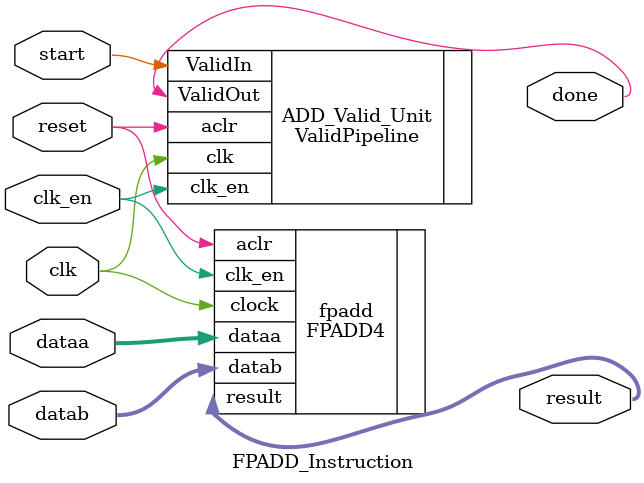
<source format=v>
module FPADD_Instruction(
    clk,
    reset,
    clk_en,
    start,
    done,
    dataa,
    datab,
    result
);
    input clk;
    input reset;
    input clk_en;
    input start;

    input [31:0] dataa;
    input [31:0] datab;
    output [31:0] result;
    output done;
    
    /*
    always @ (posedge clk) begin
        if(reset) begin
            result <= 0;
            done <= 0;
        end
        else if(start && clk_en) begin
            result <= dataa + datab;
            done <= 1;
        end
        else begin
            result <= 0;
            done <= 0;
        end
    end
    
    
    assign result = dataa + datab;
    */
    FPADD4 fpadd(
        .aclr(reset),
        .clk_en(clk_en),
        .clock(clk),
        .dataa(dataa),
        .datab(datab),
        .result(result));

	ValidPipeline #(.Stages(10)) ADD_Valid_Unit
    	(.clk(clk),
		.clk_en(clk_en),
        .aclr(reset),
        .ValidIn(start), 
        .ValidOut(done));

endmodule

</source>
